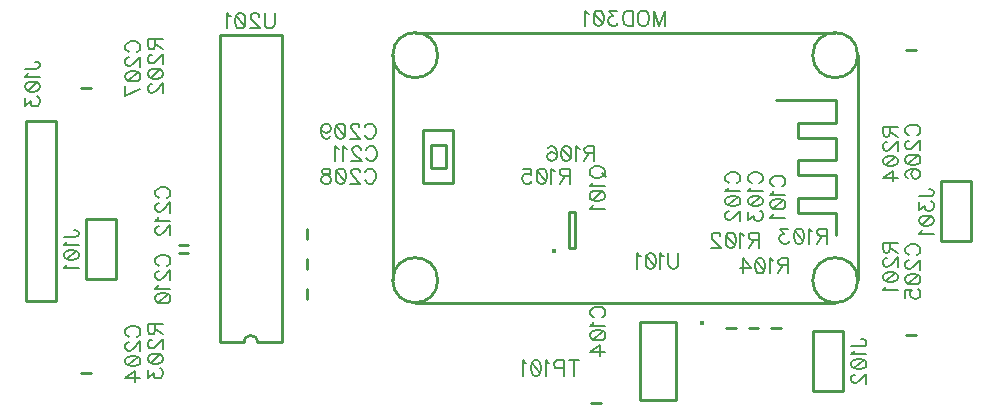
<source format=gbr>
G04 DipTrace 2.4.0.2*
%INBottomSilk.gbr*%
%MOIN*%
%ADD10C,0.0098*%
%ADD26C,0.0154*%
%ADD58C,0.0077*%
%FSLAX44Y44*%
G04*
G70*
G90*
G75*
G01*
%LNBotSilk*%
%LPD*%
X29347Y7064D2*
D10*
X29033D1*
X27847D2*
X27533D1*
X28597D2*
X28283D1*
X23033Y4566D2*
X23347D1*
X6033Y5566D2*
X6347D1*
X33847Y6814D2*
X33533D1*
X33847Y16314D2*
X33533D1*
X6033Y15066D2*
X6347D1*
X13566Y8347D2*
Y8033D1*
Y10347D2*
Y10033D1*
X9597Y9564D2*
X9283D1*
X13566Y9347D2*
Y9033D1*
X9283Y9816D2*
X9597D1*
X7190Y8690D2*
X6190D1*
Y10690D1*
X7190D1*
Y8690D1*
X30440Y6940D2*
X31440D1*
Y4940D1*
X30440D1*
Y6940D1*
X4190Y13940D2*
X5190D1*
Y7940D1*
X4190D1*
Y13940D1*
X35690Y9940D2*
X34690D1*
Y11940D1*
X35690D1*
Y9940D1*
X31170Y7900D2*
X17170D1*
X30420Y8650D2*
G02X30420Y8650I750J0D01*
G01*
Y16150D2*
G02X30420Y16150I750J0D01*
G01*
X16420Y8650D2*
G02X16420Y8650I750J0D01*
G01*
Y16150D2*
G02X16420Y16150I750J0D01*
G01*
Y8650D2*
Y16150D1*
X17170Y16900D2*
X31170D1*
X31920Y16150D2*
Y8650D1*
X31190Y10150D2*
Y10900D1*
X29941D1*
Y11400D1*
X31190D1*
Y12150D1*
X29941D1*
Y12650D1*
X31190D1*
Y13400D1*
X29941D1*
Y13900D1*
X31190D1*
Y14650D1*
X29190D1*
X18441Y11900D2*
X17440D1*
Y13650D1*
X18441D1*
Y11900D1*
X18190Y12400D2*
X17691D1*
Y13150D1*
X18190D1*
Y12400D1*
D26*
X21793Y9632D3*
X22294Y9724D2*
D10*
Y10905D1*
X22491D1*
Y9724D1*
X22294D1*
D26*
X26742Y7229D3*
X25849Y7239D2*
D10*
Y4641D1*
X24668Y7239D2*
Y4641D1*
X25849D2*
X24668D1*
X25849Y7239D2*
X24668D1*
X12714Y6572D2*
Y16808D1*
X10666D2*
X12714D1*
X10666Y6572D2*
Y16808D1*
Y6572D2*
X11454D1*
X12714D2*
X11926D1*
X11454D2*
G02X11926Y6572I236J-1D01*
G01*
X29130Y11773D2*
D58*
X29083Y11797D1*
X29035Y11845D1*
X29011Y11893D1*
Y11988D1*
X29035Y12037D1*
X29083Y12084D1*
X29130Y12108D1*
X29202Y12132D1*
X29322D1*
X29393Y12108D1*
X29441Y12084D1*
X29489Y12037D1*
X29513Y11988D1*
Y11893D1*
X29489Y11845D1*
X29441Y11797D1*
X29393Y11773D1*
X29107Y11619D2*
X29083Y11571D1*
X29011Y11499D1*
X29513D1*
X29011Y11201D2*
X29035Y11273D1*
X29107Y11321D1*
X29226Y11345D1*
X29298D1*
X29418Y11321D1*
X29490Y11273D1*
X29513Y11201D1*
Y11154D1*
X29490Y11082D1*
X29418Y11034D1*
X29298Y11010D1*
X29226D1*
X29107Y11034D1*
X29035Y11082D1*
X29011Y11154D1*
Y11201D1*
X29107Y11034D2*
X29418Y11321D1*
X29107Y10855D2*
X29083Y10807D1*
X29011Y10736D1*
X29513D1*
X27630Y11881D2*
X27583Y11905D1*
X27535Y11953D1*
X27511Y12000D1*
Y12096D1*
X27535Y12144D1*
X27583Y12192D1*
X27630Y12216D1*
X27702Y12240D1*
X27822D1*
X27893Y12216D1*
X27941Y12192D1*
X27989Y12144D1*
X28013Y12096D1*
Y12000D1*
X27989Y11953D1*
X27941Y11905D1*
X27893Y11881D1*
X27607Y11727D2*
X27583Y11679D1*
X27511Y11607D1*
X28013D1*
X27511Y11309D2*
X27535Y11380D1*
X27607Y11428D1*
X27726Y11452D1*
X27798D1*
X27918Y11428D1*
X27990Y11380D1*
X28013Y11309D1*
Y11261D1*
X27990Y11189D1*
X27918Y11142D1*
X27798Y11117D1*
X27726D1*
X27607Y11142D1*
X27535Y11189D1*
X27511Y11261D1*
Y11309D1*
X27607Y11142D2*
X27918Y11428D1*
X27631Y10939D2*
X27607D1*
X27559Y10915D1*
X27535Y10891D1*
X27511Y10843D1*
Y10747D1*
X27535Y10700D1*
X27559Y10676D1*
X27607Y10652D1*
X27655D1*
X27703Y10676D1*
X27774Y10724D1*
X28013Y10963D1*
Y10628D1*
X28380Y11881D2*
X28333Y11905D1*
X28285Y11953D1*
X28261Y12000D1*
Y12096D1*
X28285Y12144D1*
X28333Y12192D1*
X28380Y12216D1*
X28452Y12240D1*
X28572D1*
X28643Y12216D1*
X28691Y12192D1*
X28739Y12144D1*
X28763Y12096D1*
Y12000D1*
X28739Y11953D1*
X28691Y11905D1*
X28643Y11881D1*
X28357Y11727D2*
X28333Y11679D1*
X28261Y11607D1*
X28763D1*
X28261Y11309D2*
X28285Y11380D1*
X28357Y11428D1*
X28476Y11452D1*
X28548D1*
X28668Y11428D1*
X28740Y11380D1*
X28763Y11309D1*
Y11261D1*
X28740Y11189D1*
X28668Y11142D1*
X28548Y11117D1*
X28476D1*
X28357Y11142D1*
X28285Y11189D1*
X28261Y11261D1*
Y11309D1*
X28357Y11142D2*
X28668Y11428D1*
X28261Y10915D2*
Y10652D1*
X28453Y10795D1*
Y10724D1*
X28476Y10676D1*
X28500Y10652D1*
X28572Y10628D1*
X28620D1*
X28691Y10652D1*
X28740Y10700D1*
X28763Y10772D1*
Y10844D1*
X28740Y10915D1*
X28715Y10939D1*
X28668Y10963D1*
X23130Y7405D2*
X23083Y7429D1*
X23035Y7477D1*
X23011Y7525D1*
Y7620D1*
X23035Y7668D1*
X23083Y7716D1*
X23130Y7740D1*
X23202Y7764D1*
X23322D1*
X23393Y7740D1*
X23441Y7716D1*
X23489Y7668D1*
X23513Y7620D1*
Y7525D1*
X23489Y7477D1*
X23441Y7429D1*
X23393Y7405D1*
X23107Y7251D2*
X23083Y7203D1*
X23011Y7131D1*
X23513D1*
X23011Y6833D2*
X23035Y6905D1*
X23107Y6953D1*
X23226Y6976D1*
X23298D1*
X23418Y6953D1*
X23490Y6905D1*
X23513Y6833D1*
Y6785D1*
X23490Y6713D1*
X23418Y6666D1*
X23298Y6642D1*
X23226D1*
X23107Y6666D1*
X23035Y6713D1*
X23011Y6785D1*
Y6833D1*
X23107Y6666D2*
X23418Y6953D1*
X23513Y6248D2*
X23011D1*
X23346Y6487D1*
Y6128D1*
X7630Y6763D2*
X7583Y6786D1*
X7535Y6835D1*
X7511Y6882D1*
Y6978D1*
X7535Y7026D1*
X7583Y7073D1*
X7630Y7098D1*
X7702Y7121D1*
X7822D1*
X7893Y7098D1*
X7941Y7073D1*
X7989Y7026D1*
X8013Y6978D1*
Y6882D1*
X7989Y6835D1*
X7941Y6786D1*
X7893Y6763D1*
X7631Y6584D2*
X7607D1*
X7559Y6560D1*
X7535Y6536D1*
X7511Y6488D1*
Y6393D1*
X7535Y6345D1*
X7559Y6321D1*
X7607Y6297D1*
X7655D1*
X7703Y6321D1*
X7774Y6369D1*
X8013Y6608D1*
Y6273D1*
X7511Y5975D2*
X7535Y6047D1*
X7607Y6095D1*
X7726Y6119D1*
X7798D1*
X7918Y6095D1*
X7990Y6047D1*
X8013Y5975D1*
Y5928D1*
X7990Y5856D1*
X7918Y5808D1*
X7798Y5784D1*
X7726D1*
X7607Y5808D1*
X7535Y5856D1*
X7511Y5928D1*
Y5975D1*
X7607Y5808D2*
X7918Y6095D1*
X8013Y5390D2*
X7511D1*
X7846Y5630D1*
Y5271D1*
X33630Y9488D2*
X33583Y9512D1*
X33535Y9560D1*
X33511Y9608D1*
Y9703D1*
X33535Y9752D1*
X33583Y9799D1*
X33630Y9823D1*
X33702Y9847D1*
X33822D1*
X33893Y9823D1*
X33941Y9799D1*
X33989Y9752D1*
X34013Y9703D1*
Y9608D1*
X33989Y9560D1*
X33941Y9512D1*
X33893Y9488D1*
X33631Y9310D2*
X33607D1*
X33559Y9286D1*
X33535Y9262D1*
X33511Y9214D1*
Y9119D1*
X33535Y9071D1*
X33559Y9047D1*
X33607Y9023D1*
X33655D1*
X33703Y9047D1*
X33774Y9095D1*
X34013Y9334D1*
Y8999D1*
X33511Y8701D2*
X33535Y8773D1*
X33607Y8821D1*
X33726Y8845D1*
X33798D1*
X33918Y8821D1*
X33990Y8773D1*
X34013Y8701D1*
Y8654D1*
X33990Y8582D1*
X33918Y8534D1*
X33798Y8510D1*
X33726D1*
X33607Y8534D1*
X33535Y8582D1*
X33511Y8654D1*
Y8701D1*
X33607Y8534D2*
X33918Y8821D1*
X33511Y8069D2*
Y8307D1*
X33726Y8331D1*
X33703Y8307D1*
X33678Y8236D1*
Y8164D1*
X33703Y8092D1*
X33750Y8044D1*
X33822Y8021D1*
X33870D1*
X33941Y8044D1*
X33990Y8092D1*
X34013Y8164D1*
Y8236D1*
X33990Y8307D1*
X33965Y8331D1*
X33918Y8355D1*
X33630Y13476D2*
X33583Y13500D1*
X33535Y13548D1*
X33511Y13596D1*
Y13691D1*
X33535Y13739D1*
X33583Y13787D1*
X33630Y13811D1*
X33702Y13835D1*
X33822D1*
X33893Y13811D1*
X33941Y13787D1*
X33989Y13739D1*
X34013Y13691D1*
Y13596D1*
X33989Y13548D1*
X33941Y13500D1*
X33893Y13476D1*
X33631Y13298D2*
X33607D1*
X33559Y13274D1*
X33535Y13250D1*
X33511Y13202D1*
Y13106D1*
X33535Y13059D1*
X33559Y13035D1*
X33607Y13011D1*
X33655D1*
X33703Y13035D1*
X33774Y13083D1*
X34013Y13322D1*
Y12987D1*
X33511Y12689D2*
X33535Y12761D1*
X33607Y12809D1*
X33726Y12833D1*
X33798D1*
X33918Y12809D1*
X33990Y12761D1*
X34013Y12689D1*
Y12641D1*
X33990Y12570D1*
X33918Y12522D1*
X33798Y12498D1*
X33726D1*
X33607Y12522D1*
X33535Y12570D1*
X33511Y12641D1*
Y12689D1*
X33607Y12522D2*
X33918Y12809D1*
X33583Y12056D2*
X33535Y12080D1*
X33511Y12152D1*
Y12200D1*
X33535Y12271D1*
X33607Y12320D1*
X33726Y12343D1*
X33846D1*
X33941Y12320D1*
X33990Y12271D1*
X34013Y12200D1*
Y12176D1*
X33990Y12105D1*
X33941Y12056D1*
X33870Y12033D1*
X33846D1*
X33774Y12056D1*
X33726Y12105D1*
X33703Y12176D1*
Y12200D1*
X33726Y12271D1*
X33774Y12320D1*
X33846Y12343D1*
X7630Y16251D2*
X7583Y16275D1*
X7535Y16323D1*
X7511Y16370D1*
Y16466D1*
X7535Y16514D1*
X7583Y16561D1*
X7630Y16586D1*
X7702Y16609D1*
X7822D1*
X7893Y16586D1*
X7941Y16561D1*
X7989Y16514D1*
X8013Y16466D1*
Y16370D1*
X7989Y16323D1*
X7941Y16275D1*
X7893Y16251D1*
X7631Y16072D2*
X7607D1*
X7559Y16048D1*
X7535Y16025D1*
X7511Y15976D1*
Y15881D1*
X7535Y15833D1*
X7559Y15810D1*
X7607Y15785D1*
X7655D1*
X7703Y15810D1*
X7774Y15857D1*
X8013Y16096D1*
Y15761D1*
X7511Y15463D2*
X7535Y15535D1*
X7607Y15583D1*
X7726Y15607D1*
X7798D1*
X7918Y15583D1*
X7990Y15535D1*
X8013Y15463D1*
Y15416D1*
X7990Y15344D1*
X7918Y15296D1*
X7798Y15272D1*
X7726D1*
X7607Y15296D1*
X7535Y15344D1*
X7511Y15416D1*
Y15463D1*
X7607Y15296D2*
X7918Y15583D1*
X8013Y15022D2*
X7511Y14783D1*
Y15118D1*
X15501Y12250D2*
X15524Y12297D1*
X15572Y12345D1*
X15620Y12369D1*
X15716D1*
X15764Y12345D1*
X15811Y12297D1*
X15835Y12250D1*
X15859Y12178D1*
Y12058D1*
X15835Y11987D1*
X15811Y11939D1*
X15764Y11891D1*
X15716Y11867D1*
X15620D1*
X15572Y11891D1*
X15524Y11939D1*
X15501Y11987D1*
X15322Y12249D2*
Y12273D1*
X15298Y12321D1*
X15274Y12345D1*
X15226Y12369D1*
X15131D1*
X15083Y12345D1*
X15059Y12321D1*
X15035Y12273D1*
Y12225D1*
X15059Y12177D1*
X15107Y12106D1*
X15346Y11867D1*
X15011D1*
X14713Y12369D2*
X14785Y12345D1*
X14833Y12273D1*
X14857Y12154D1*
Y12082D1*
X14833Y11962D1*
X14785Y11890D1*
X14713Y11867D1*
X14666D1*
X14594Y11890D1*
X14546Y11962D1*
X14522Y12082D1*
Y12154D1*
X14546Y12273D1*
X14594Y12345D1*
X14666Y12369D1*
X14713D1*
X14546Y12273D2*
X14833Y11962D1*
X14248Y12369D2*
X14319Y12345D1*
X14344Y12297D1*
Y12249D1*
X14319Y12202D1*
X14272Y12177D1*
X14176Y12154D1*
X14104Y12130D1*
X14057Y12082D1*
X14033Y12034D1*
Y11962D1*
X14057Y11915D1*
X14081Y11890D1*
X14152Y11867D1*
X14248D1*
X14319Y11890D1*
X14344Y11915D1*
X14367Y11962D1*
Y12034D1*
X14344Y12082D1*
X14296Y12130D1*
X14224Y12154D1*
X14129Y12177D1*
X14081Y12202D1*
X14057Y12249D1*
Y12297D1*
X14081Y12345D1*
X14152Y12369D1*
X14248D1*
X15489Y13750D2*
X15513Y13797D1*
X15561Y13845D1*
X15608Y13869D1*
X15704D1*
X15752Y13845D1*
X15800Y13797D1*
X15824Y13750D1*
X15848Y13678D1*
Y13558D1*
X15824Y13487D1*
X15800Y13439D1*
X15752Y13391D1*
X15704Y13367D1*
X15608D1*
X15561Y13391D1*
X15513Y13439D1*
X15489Y13487D1*
X15310Y13749D2*
Y13773D1*
X15286Y13821D1*
X15263Y13845D1*
X15215Y13869D1*
X15119D1*
X15071Y13845D1*
X15048Y13821D1*
X15023Y13773D1*
Y13725D1*
X15048Y13677D1*
X15095Y13606D1*
X15335Y13367D1*
X15000D1*
X14701Y13869D2*
X14773Y13845D1*
X14821Y13773D1*
X14845Y13654D1*
Y13582D1*
X14821Y13462D1*
X14773Y13390D1*
X14701Y13367D1*
X14654D1*
X14582Y13390D1*
X14535Y13462D1*
X14510Y13582D1*
Y13654D1*
X14535Y13773D1*
X14582Y13845D1*
X14654Y13869D1*
X14701D1*
X14535Y13773D2*
X14821Y13462D1*
X14045Y13702D2*
X14069Y13630D1*
X14117Y13582D1*
X14188Y13558D1*
X14212D1*
X14284Y13582D1*
X14332Y13630D1*
X14356Y13702D1*
Y13725D1*
X14332Y13797D1*
X14284Y13845D1*
X14212Y13869D1*
X14188D1*
X14117Y13845D1*
X14069Y13797D1*
X14045Y13702D1*
Y13582D1*
X14069Y13462D1*
X14117Y13390D1*
X14188Y13367D1*
X14236D1*
X14308Y13390D1*
X14332Y13439D1*
X8630Y9131D2*
X8583Y9155D1*
X8535Y9203D1*
X8511Y9250D1*
Y9346D1*
X8535Y9394D1*
X8583Y9442D1*
X8630Y9466D1*
X8702Y9490D1*
X8822D1*
X8893Y9466D1*
X8941Y9442D1*
X8989Y9394D1*
X9013Y9346D1*
Y9250D1*
X8989Y9203D1*
X8941Y9155D1*
X8893Y9131D1*
X8631Y8952D2*
X8607D1*
X8559Y8929D1*
X8535Y8905D1*
X8511Y8857D1*
Y8761D1*
X8535Y8714D1*
X8559Y8690D1*
X8607Y8665D1*
X8655D1*
X8703Y8690D1*
X8774Y8737D1*
X9013Y8977D1*
Y8642D1*
X8607Y8487D2*
X8583Y8439D1*
X8511Y8367D1*
X9013D1*
X8511Y8069D2*
X8535Y8141D1*
X8607Y8189D1*
X8726Y8213D1*
X8798D1*
X8918Y8189D1*
X8990Y8141D1*
X9013Y8069D1*
Y8022D1*
X8990Y7950D1*
X8918Y7902D1*
X8798Y7878D1*
X8726D1*
X8607Y7902D1*
X8535Y7950D1*
X8511Y8022D1*
Y8069D1*
X8607Y7902D2*
X8918Y8189D1*
X15536Y13000D2*
X15560Y13047D1*
X15608Y13095D1*
X15655Y13119D1*
X15751D1*
X15799Y13095D1*
X15846Y13047D1*
X15871Y13000D1*
X15894Y12928D1*
Y12808D1*
X15871Y12737D1*
X15846Y12689D1*
X15799Y12641D1*
X15751Y12617D1*
X15655D1*
X15608Y12641D1*
X15560Y12689D1*
X15536Y12737D1*
X15357Y12999D2*
Y13023D1*
X15333Y13071D1*
X15310Y13095D1*
X15261Y13119D1*
X15166D1*
X15118Y13095D1*
X15095Y13071D1*
X15070Y13023D1*
Y12975D1*
X15095Y12927D1*
X15142Y12856D1*
X15381Y12617D1*
X15046D1*
X14892Y13023D2*
X14844Y13047D1*
X14772Y13119D1*
Y12617D1*
X14618Y13023D2*
X14570Y13047D1*
X14498Y13119D1*
Y12617D1*
X8630Y11393D2*
X8583Y11417D1*
X8535Y11465D1*
X8511Y11513D1*
Y11608D1*
X8535Y11656D1*
X8583Y11704D1*
X8630Y11728D1*
X8702Y11752D1*
X8822D1*
X8893Y11728D1*
X8941Y11704D1*
X8989Y11656D1*
X9013Y11608D1*
Y11513D1*
X8989Y11465D1*
X8941Y11417D1*
X8893Y11393D1*
X8631Y11215D2*
X8607D1*
X8559Y11191D1*
X8535Y11167D1*
X8511Y11119D1*
Y11023D1*
X8535Y10976D1*
X8559Y10952D1*
X8607Y10928D1*
X8655D1*
X8703Y10952D1*
X8774Y11000D1*
X9013Y11239D1*
Y10904D1*
X8607Y10750D2*
X8583Y10701D1*
X8511Y10630D1*
X9013D1*
X8631Y10451D2*
X8607D1*
X8559Y10427D1*
X8535Y10403D1*
X8511Y10355D1*
Y10260D1*
X8535Y10212D1*
X8559Y10188D1*
X8607Y10164D1*
X8655D1*
X8703Y10188D1*
X8774Y10236D1*
X9013Y10475D1*
Y10140D1*
X5458Y10089D2*
X5840D1*
X5912Y10113D1*
X5936Y10137D1*
X5960Y10185D1*
Y10233D1*
X5936Y10281D1*
X5912Y10304D1*
X5840Y10329D1*
X5793D1*
X5554Y9935D2*
X5530Y9887D1*
X5458Y9815D1*
X5960D1*
X5458Y9517D2*
X5482Y9589D1*
X5554Y9637D1*
X5673Y9661D1*
X5745D1*
X5865Y9637D1*
X5936Y9589D1*
X5960Y9517D1*
Y9469D1*
X5936Y9398D1*
X5865Y9350D1*
X5745Y9326D1*
X5673D1*
X5554Y9350D1*
X5482Y9398D1*
X5458Y9469D1*
Y9517D1*
X5554Y9350D2*
X5865Y9637D1*
X5554Y9171D2*
X5530Y9123D1*
X5458Y9051D1*
X5960D1*
X31708Y6447D2*
X32090D1*
X32162Y6471D1*
X32186Y6495D1*
X32210Y6542D1*
Y6591D1*
X32186Y6638D1*
X32162Y6662D1*
X32090Y6686D1*
X32043D1*
X31804Y6292D2*
X31780Y6244D1*
X31708Y6173D1*
X32210D1*
X31708Y5874D2*
X31732Y5946D1*
X31804Y5994D1*
X31923Y6018D1*
X31995D1*
X32115Y5994D1*
X32186Y5946D1*
X32210Y5874D1*
Y5827D1*
X32186Y5755D1*
X32115Y5707D1*
X31995Y5683D1*
X31923D1*
X31804Y5707D1*
X31732Y5755D1*
X31708Y5827D1*
Y5874D1*
X31804Y5707D2*
X32115Y5994D1*
X31828Y5504D2*
X31804D1*
X31756Y5481D1*
X31732Y5457D1*
X31708Y5409D1*
Y5313D1*
X31732Y5266D1*
X31756Y5242D1*
X31804Y5218D1*
X31851D1*
X31900Y5242D1*
X31971Y5289D1*
X32210Y5529D1*
Y5194D1*
X4159Y15697D2*
X4541D1*
X4613Y15721D1*
X4637Y15745D1*
X4661Y15792D1*
Y15841D1*
X4637Y15888D1*
X4613Y15912D1*
X4541Y15936D1*
X4493D1*
X4255Y15542D2*
X4230Y15494D1*
X4159Y15423D1*
X4661D1*
X4159Y15124D2*
X4183Y15196D1*
X4255Y15244D1*
X4374Y15268D1*
X4446D1*
X4565Y15244D1*
X4637Y15196D1*
X4661Y15124D1*
Y15077D1*
X4637Y15005D1*
X4565Y14957D1*
X4446Y14933D1*
X4374D1*
X4255Y14957D1*
X4183Y15005D1*
X4159Y15077D1*
Y15124D1*
X4255Y14957D2*
X4565Y15244D1*
X4159Y14731D2*
Y14468D1*
X4350Y14611D1*
Y14539D1*
X4374Y14492D1*
X4398Y14468D1*
X4470Y14444D1*
X4517D1*
X4589Y14468D1*
X4637Y14516D1*
X4661Y14588D1*
Y14659D1*
X4637Y14731D1*
X4613Y14754D1*
X4565Y14779D1*
X33958Y11447D2*
X34340D1*
X34412Y11471D1*
X34436Y11495D1*
X34460Y11542D1*
Y11591D1*
X34436Y11638D1*
X34412Y11662D1*
X34340Y11686D1*
X34293D1*
X33958Y11244D2*
Y10982D1*
X34150Y11125D1*
Y11053D1*
X34173Y11006D1*
X34197Y10982D1*
X34269Y10958D1*
X34316D1*
X34388Y10982D1*
X34436Y11029D1*
X34460Y11101D1*
Y11173D1*
X34436Y11244D1*
X34412Y11268D1*
X34365Y11292D1*
X33958Y10659D2*
X33982Y10731D1*
X34054Y10779D1*
X34173Y10803D1*
X34245D1*
X34365Y10779D1*
X34436Y10731D1*
X34460Y10659D1*
Y10612D1*
X34436Y10540D1*
X34365Y10492D1*
X34245Y10468D1*
X34173D1*
X34054Y10492D1*
X33982Y10540D1*
X33958Y10612D1*
Y10659D1*
X34054Y10492D2*
X34365Y10779D1*
X34054Y10314D2*
X34030Y10266D1*
X33958Y10194D1*
X34460D1*
X25118Y17130D2*
Y17632D1*
X25310Y17130D1*
X25501Y17632D1*
Y17130D1*
X24820Y17632D2*
X24868Y17608D1*
X24916Y17560D1*
X24940Y17513D1*
X24964Y17441D1*
Y17321D1*
X24940Y17250D1*
X24916Y17202D1*
X24868Y17154D1*
X24820Y17130D1*
X24725D1*
X24677Y17154D1*
X24629Y17202D1*
X24605Y17250D1*
X24581Y17321D1*
Y17441D1*
X24605Y17513D1*
X24629Y17560D1*
X24677Y17608D1*
X24725Y17632D1*
X24820D1*
X24427D2*
Y17130D1*
X24260D1*
X24188Y17154D1*
X24140Y17202D1*
X24116Y17250D1*
X24092Y17321D1*
Y17441D1*
X24116Y17513D1*
X24140Y17560D1*
X24188Y17608D1*
X24260Y17632D1*
X24427D1*
X23890D2*
X23627D1*
X23770Y17440D1*
X23698D1*
X23651Y17417D1*
X23627Y17393D1*
X23603Y17321D1*
Y17274D1*
X23627Y17202D1*
X23675Y17154D1*
X23747Y17130D1*
X23818D1*
X23890Y17154D1*
X23913Y17178D1*
X23938Y17225D1*
X23305Y17632D2*
X23377Y17608D1*
X23425Y17536D1*
X23448Y17417D1*
Y17345D1*
X23425Y17225D1*
X23377Y17154D1*
X23305Y17130D1*
X23257D1*
X23185Y17154D1*
X23138Y17225D1*
X23114Y17345D1*
Y17417D1*
X23138Y17536D1*
X23185Y17608D1*
X23257Y17632D1*
X23305D1*
X23138Y17536D2*
X23425Y17225D1*
X22959Y17536D2*
X22911Y17560D1*
X22839Y17632D1*
Y17130D1*
X22984Y12296D2*
X23007Y12344D1*
X23055Y12392D1*
X23103Y12416D1*
X23175Y12440D1*
X23294D1*
X23366Y12416D1*
X23414Y12392D1*
X23462Y12344D1*
X23485Y12296D1*
Y12201D1*
X23462Y12153D1*
X23414Y12105D1*
X23366Y12081D1*
X23294Y12057D1*
X23175D1*
X23103Y12081D1*
X23055Y12105D1*
X23007Y12153D1*
X22984Y12201D1*
Y12296D1*
X23390Y12224D2*
X23534Y12081D1*
X23080Y11903D2*
X23055Y11855D1*
X22984Y11783D1*
X23486D1*
X22984Y11485D2*
X23008Y11556D1*
X23080Y11605D1*
X23199Y11628D1*
X23271D1*
X23390Y11605D1*
X23462Y11556D1*
X23486Y11485D1*
Y11437D1*
X23462Y11365D1*
X23390Y11318D1*
X23271Y11293D1*
X23199D1*
X23080Y11318D1*
X23008Y11365D1*
X22984Y11437D1*
Y11485D1*
X23080Y11318D2*
X23390Y11605D1*
X23080Y11139D2*
X23055Y11091D1*
X22984Y11019D1*
X23486D1*
X28619Y9990D2*
X28404D1*
X28332Y10014D1*
X28307Y10038D1*
X28284Y10085D1*
Y10133D1*
X28307Y10181D1*
X28332Y10205D1*
X28404Y10229D1*
X28619D1*
Y9727D1*
X28451Y9990D2*
X28284Y9727D1*
X28129Y10133D2*
X28081Y10157D1*
X28009Y10229D1*
Y9727D1*
X27711Y10229D2*
X27783Y10205D1*
X27831Y10133D1*
X27855Y10014D1*
Y9942D1*
X27831Y9822D1*
X27783Y9750D1*
X27711Y9727D1*
X27664D1*
X27592Y9750D1*
X27544Y9822D1*
X27520Y9942D1*
Y10014D1*
X27544Y10133D1*
X27592Y10205D1*
X27664Y10229D1*
X27711D1*
X27544Y10133D2*
X27831Y9822D1*
X27341Y10109D2*
Y10133D1*
X27318Y10181D1*
X27294Y10205D1*
X27246Y10229D1*
X27150D1*
X27103Y10205D1*
X27079Y10181D1*
X27054Y10133D1*
Y10085D1*
X27079Y10037D1*
X27126Y9966D1*
X27366Y9727D1*
X27031D1*
X30899Y10130D2*
X30684D1*
X30612Y10154D1*
X30588Y10178D1*
X30564Y10225D1*
Y10273D1*
X30588Y10321D1*
X30612Y10345D1*
X30684Y10369D1*
X30899D1*
Y9867D1*
X30732Y10130D2*
X30564Y9867D1*
X30410Y10273D2*
X30362Y10297D1*
X30290Y10369D1*
Y9867D1*
X29992Y10369D2*
X30064Y10345D1*
X30112Y10273D1*
X30136Y10154D1*
Y10082D1*
X30112Y9962D1*
X30064Y9890D1*
X29992Y9867D1*
X29944D1*
X29873Y9890D1*
X29825Y9962D1*
X29801Y10082D1*
Y10154D1*
X29825Y10273D1*
X29873Y10345D1*
X29944Y10369D1*
X29992D1*
X29825Y10273D2*
X30112Y9962D1*
X29598Y10369D2*
X29336D1*
X29479Y10177D1*
X29407D1*
X29359Y10154D1*
X29336Y10130D1*
X29311Y10058D1*
Y10010D1*
X29336Y9939D1*
X29383Y9890D1*
X29455Y9867D1*
X29527D1*
X29598Y9890D1*
X29622Y9915D1*
X29646Y9962D1*
X29600Y9140D2*
X29385D1*
X29314Y9164D1*
X29289Y9188D1*
X29266Y9235D1*
Y9283D1*
X29289Y9331D1*
X29314Y9355D1*
X29385Y9379D1*
X29600D1*
Y8877D1*
X29433Y9140D2*
X29266Y8877D1*
X29111Y9283D2*
X29063Y9307D1*
X28991Y9379D1*
Y8877D1*
X28693Y9379D2*
X28765Y9355D1*
X28813Y9283D1*
X28837Y9164D1*
Y9092D1*
X28813Y8972D1*
X28765Y8900D1*
X28693Y8877D1*
X28646D1*
X28574Y8900D1*
X28526Y8972D1*
X28502Y9092D1*
Y9164D1*
X28526Y9283D1*
X28574Y9355D1*
X28646Y9379D1*
X28693D1*
X28526Y9283D2*
X28813Y8972D1*
X28108Y8877D2*
Y9379D1*
X28348Y9044D1*
X27989D1*
X22319Y12130D2*
X22104D1*
X22032Y12154D1*
X22007Y12178D1*
X21984Y12225D1*
Y12273D1*
X22007Y12321D1*
X22032Y12345D1*
X22104Y12369D1*
X22319D1*
Y11867D1*
X22151Y12130D2*
X21984Y11867D1*
X21829Y12273D2*
X21781Y12297D1*
X21709Y12369D1*
Y11867D1*
X21411Y12369D2*
X21483Y12345D1*
X21531Y12273D1*
X21555Y12154D1*
Y12082D1*
X21531Y11962D1*
X21483Y11890D1*
X21411Y11867D1*
X21364D1*
X21292Y11890D1*
X21244Y11962D1*
X21220Y12082D1*
Y12154D1*
X21244Y12273D1*
X21292Y12345D1*
X21364Y12369D1*
X21411D1*
X21244Y12273D2*
X21531Y11962D1*
X20779Y12369D2*
X21018D1*
X21041Y12154D1*
X21018Y12177D1*
X20946Y12202D1*
X20874D1*
X20803Y12177D1*
X20754Y12130D1*
X20731Y12058D1*
Y12010D1*
X20754Y11939D1*
X20803Y11890D1*
X20874Y11867D1*
X20946D1*
X21018Y11890D1*
X21041Y11915D1*
X21066Y11962D1*
X23137Y12880D2*
X22922D1*
X22850Y12904D1*
X22826Y12928D1*
X22802Y12975D1*
Y13023D1*
X22826Y13071D1*
X22850Y13095D1*
X22922Y13119D1*
X23137D1*
Y12617D1*
X22970Y12880D2*
X22802Y12617D1*
X22648Y13023D2*
X22600Y13047D1*
X22528Y13119D1*
Y12617D1*
X22230Y13119D2*
X22302Y13095D1*
X22350Y13023D1*
X22373Y12904D1*
Y12832D1*
X22350Y12712D1*
X22302Y12640D1*
X22230Y12617D1*
X22182D1*
X22110Y12640D1*
X22063Y12712D1*
X22039Y12832D1*
Y12904D1*
X22063Y13023D1*
X22110Y13095D1*
X22182Y13119D1*
X22230D1*
X22063Y13023D2*
X22350Y12712D1*
X21597Y13047D2*
X21621Y13095D1*
X21693Y13119D1*
X21740D1*
X21812Y13095D1*
X21860Y13023D1*
X21884Y12904D1*
Y12784D1*
X21860Y12689D1*
X21812Y12640D1*
X21740Y12617D1*
X21717D1*
X21645Y12640D1*
X21597Y12689D1*
X21574Y12760D1*
Y12784D1*
X21597Y12856D1*
X21645Y12904D1*
X21717Y12927D1*
X21740D1*
X21812Y12904D1*
X21860Y12856D1*
X21884Y12784D1*
X33000Y9899D2*
Y9684D1*
X32976Y9612D1*
X32952Y9588D1*
X32905Y9564D1*
X32857D1*
X32809Y9588D1*
X32785Y9612D1*
X32761Y9684D1*
Y9899D1*
X33263D1*
X33000Y9732D2*
X33263Y9564D1*
X32881Y9386D2*
X32857D1*
X32809Y9362D1*
X32785Y9338D1*
X32761Y9290D1*
Y9194D1*
X32785Y9147D1*
X32809Y9123D1*
X32857Y9099D1*
X32905D1*
X32953Y9123D1*
X33024Y9171D1*
X33263Y9410D1*
Y9075D1*
X32761Y8777D2*
X32785Y8849D1*
X32857Y8897D1*
X32976Y8921D1*
X33048D1*
X33168Y8897D1*
X33240Y8849D1*
X33263Y8777D1*
Y8729D1*
X33240Y8658D1*
X33168Y8610D1*
X33048Y8586D1*
X32976D1*
X32857Y8610D1*
X32785Y8658D1*
X32761Y8729D1*
Y8777D1*
X32857Y8610D2*
X33168Y8897D1*
X32857Y8431D2*
X32833Y8383D1*
X32761Y8311D1*
X33263D1*
X8500Y16676D2*
Y16461D1*
X8476Y16389D1*
X8452Y16365D1*
X8405Y16341D1*
X8357D1*
X8309Y16365D1*
X8285Y16389D1*
X8261Y16461D1*
Y16676D1*
X8763D1*
X8500Y16509D2*
X8763Y16341D1*
X8381Y16162D2*
X8357D1*
X8309Y16139D1*
X8285Y16115D1*
X8261Y16067D1*
Y15971D1*
X8285Y15924D1*
X8309Y15900D1*
X8357Y15876D1*
X8405D1*
X8453Y15900D1*
X8524Y15947D1*
X8763Y16187D1*
Y15852D1*
X8261Y15554D2*
X8285Y15626D1*
X8357Y15674D1*
X8476Y15697D1*
X8548D1*
X8668Y15674D1*
X8740Y15626D1*
X8763Y15554D1*
Y15506D1*
X8740Y15434D1*
X8668Y15387D1*
X8548Y15363D1*
X8476D1*
X8357Y15387D1*
X8285Y15434D1*
X8261Y15506D1*
Y15554D1*
X8357Y15387D2*
X8668Y15674D1*
X8381Y15184D2*
X8357D1*
X8309Y15160D1*
X8285Y15136D1*
X8261Y15088D1*
Y14993D1*
X8285Y14945D1*
X8309Y14921D1*
X8357Y14897D1*
X8405D1*
X8453Y14921D1*
X8524Y14969D1*
X8763Y15208D1*
Y14873D1*
X8500Y7176D2*
Y6961D1*
X8476Y6889D1*
X8452Y6865D1*
X8405Y6841D1*
X8357D1*
X8309Y6865D1*
X8285Y6889D1*
X8261Y6961D1*
Y7176D1*
X8763D1*
X8500Y7009D2*
X8763Y6841D1*
X8381Y6662D2*
X8357D1*
X8309Y6639D1*
X8285Y6615D1*
X8261Y6567D1*
Y6471D1*
X8285Y6424D1*
X8309Y6400D1*
X8357Y6376D1*
X8405D1*
X8453Y6400D1*
X8524Y6447D1*
X8763Y6687D1*
Y6352D1*
X8261Y6054D2*
X8285Y6126D1*
X8357Y6174D1*
X8476Y6197D1*
X8548D1*
X8668Y6174D1*
X8740Y6126D1*
X8763Y6054D1*
Y6006D1*
X8740Y5934D1*
X8668Y5887D1*
X8548Y5863D1*
X8476D1*
X8357Y5887D1*
X8285Y5934D1*
X8261Y6006D1*
Y6054D1*
X8357Y5887D2*
X8668Y6174D1*
X8261Y5660D2*
Y5398D1*
X8453Y5541D1*
Y5469D1*
X8476Y5421D1*
X8500Y5398D1*
X8572Y5373D1*
X8620D1*
X8691Y5398D1*
X8740Y5445D1*
X8763Y5517D1*
Y5589D1*
X8740Y5660D1*
X8715Y5684D1*
X8668Y5708D1*
X33000Y13769D2*
Y13554D1*
X32976Y13482D1*
X32952Y13458D1*
X32905Y13434D1*
X32857D1*
X32809Y13458D1*
X32785Y13482D1*
X32761Y13554D1*
Y13769D1*
X33263D1*
X33000Y13601D2*
X33263Y13434D1*
X32881Y13255D2*
X32857D1*
X32809Y13231D1*
X32785Y13208D1*
X32761Y13159D1*
Y13064D1*
X32785Y13016D1*
X32809Y12993D1*
X32857Y12968D1*
X32905D1*
X32953Y12993D1*
X33024Y13040D1*
X33263Y13279D1*
Y12944D1*
X32761Y12646D2*
X32785Y12718D1*
X32857Y12766D1*
X32976Y12790D1*
X33048D1*
X33168Y12766D1*
X33240Y12718D1*
X33263Y12646D1*
Y12599D1*
X33240Y12527D1*
X33168Y12479D1*
X33048Y12455D1*
X32976D1*
X32857Y12479D1*
X32785Y12527D1*
X32761Y12599D1*
Y12646D1*
X32857Y12479D2*
X33168Y12766D1*
X33263Y12061D2*
X32761D1*
X33096Y12301D1*
Y11942D1*
X22454Y5972D2*
Y5470D1*
X22621Y5972D2*
X22286D1*
X22132Y5709D2*
X21916D1*
X21845Y5733D1*
X21821Y5757D1*
X21797Y5805D1*
Y5877D1*
X21821Y5924D1*
X21845Y5948D1*
X21916Y5972D1*
X22132D1*
Y5470D1*
X21642Y5876D2*
X21594Y5900D1*
X21523Y5972D1*
Y5470D1*
X21224Y5972D2*
X21296Y5948D1*
X21344Y5876D1*
X21368Y5757D1*
Y5685D1*
X21344Y5565D1*
X21296Y5494D1*
X21224Y5470D1*
X21177D1*
X21105Y5494D1*
X21058Y5565D1*
X21033Y5685D1*
Y5757D1*
X21058Y5876D1*
X21105Y5948D1*
X21177Y5972D1*
X21224D1*
X21058Y5876D2*
X21344Y5565D1*
X20879Y5876D2*
X20831Y5900D1*
X20759Y5972D1*
Y5470D1*
X25945Y9538D2*
Y9180D1*
X25922Y9108D1*
X25874Y9060D1*
X25802Y9036D1*
X25754D1*
X25682Y9060D1*
X25634Y9108D1*
X25610Y9180D1*
Y9538D1*
X25456Y9442D2*
X25408Y9466D1*
X25336Y9538D1*
Y9036D1*
X25038Y9538D2*
X25110Y9514D1*
X25158Y9442D1*
X25182Y9323D1*
Y9251D1*
X25158Y9131D1*
X25110Y9060D1*
X25038Y9036D1*
X24990D1*
X24919Y9060D1*
X24871Y9131D1*
X24847Y9251D1*
Y9323D1*
X24871Y9442D1*
X24919Y9514D1*
X24990Y9538D1*
X25038D1*
X24871Y9442D2*
X25158Y9131D1*
X24692Y9442D2*
X24644Y9466D1*
X24572Y9538D1*
Y9036D1*
X12484Y17540D2*
Y17182D1*
X12460Y17110D1*
X12412Y17062D1*
X12340Y17038D1*
X12293D1*
X12221Y17062D1*
X12173Y17110D1*
X12149Y17182D1*
Y17540D1*
X11970Y17420D2*
Y17444D1*
X11947Y17492D1*
X11923Y17516D1*
X11875Y17540D1*
X11779D1*
X11732Y17516D1*
X11708Y17492D1*
X11683Y17444D1*
Y17397D1*
X11708Y17349D1*
X11755Y17277D1*
X11995Y17038D1*
X11660D1*
X11362Y17540D2*
X11433Y17516D1*
X11482Y17444D1*
X11505Y17325D1*
Y17253D1*
X11482Y17134D1*
X11433Y17062D1*
X11362Y17038D1*
X11314D1*
X11242Y17062D1*
X11195Y17134D1*
X11170Y17253D1*
Y17325D1*
X11195Y17444D1*
X11242Y17516D1*
X11314Y17540D1*
X11362D1*
X11195Y17444D2*
X11482Y17134D1*
X11016Y17444D2*
X10968Y17468D1*
X10896Y17540D1*
Y17038D1*
M02*

</source>
